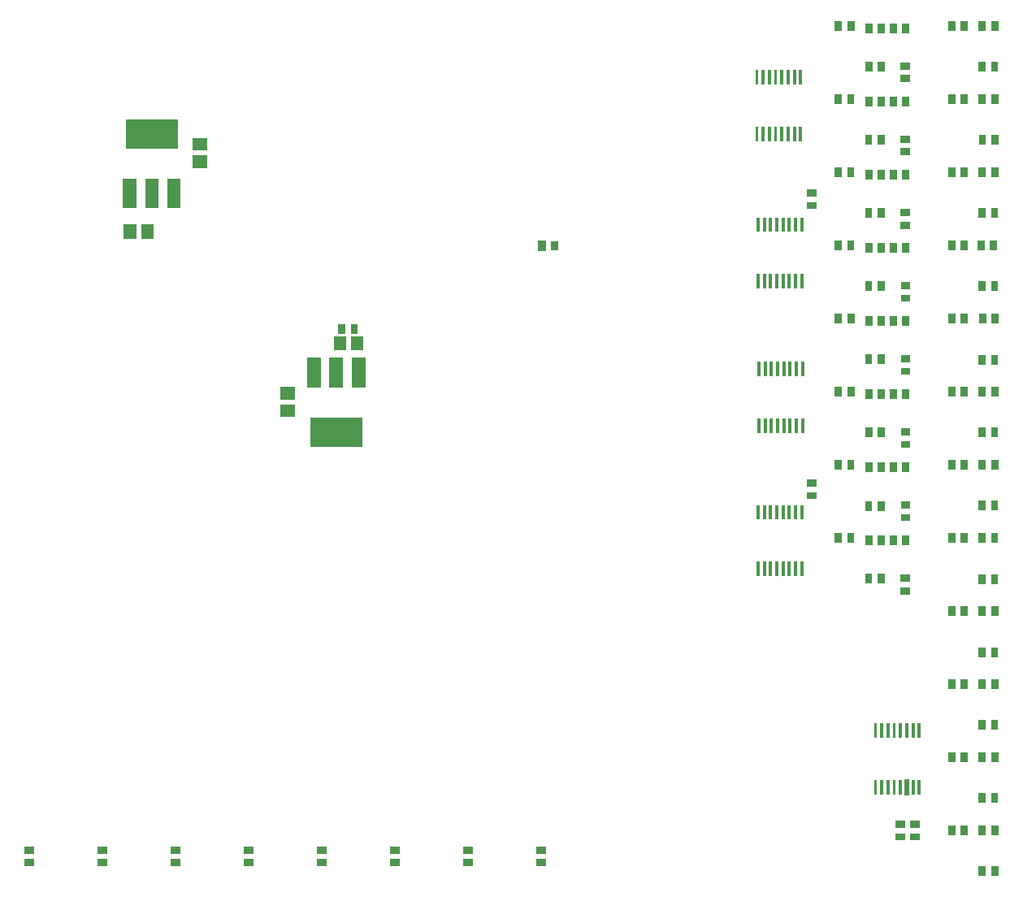
<source format=gbr>
G04 start of page 13 for group -4014 idx -4014 *
G04 Title: 971 BBB Cape, bottompaste *
G04 Creator: pcb 20110918 *
G04 CreationDate: Sun Jan 19 01:17:08 2014 UTC *
G04 For: brians *
G04 Format: Gerber/RS-274X *
G04 PCB-Dimensions: 500000 400000 *
G04 PCB-Coordinate-Origin: lower left *
%MOIN*%
%FSLAX25Y25*%
%LNBOTTOMPASTE*%
%ADD335R,0.1220X0.1220*%
%ADD334R,0.0560X0.0560*%
%ADD333R,0.0345X0.0345*%
%ADD332R,0.0512X0.0512*%
%ADD331R,0.0180X0.0180*%
%ADD330R,0.0295X0.0295*%
%ADD329R,0.0130X0.0130*%
G54D329*X394397Y172689D02*Y168083D01*
X391838Y172689D02*Y168083D01*
X389279Y172689D02*Y168083D01*
X386720Y172689D02*Y168083D01*
X384162Y172689D02*Y168083D01*
X381603Y172689D02*Y168083D01*
X379044Y172689D02*Y168083D01*
X376485Y172689D02*Y168083D01*
Y195917D02*Y191311D01*
X379044Y195917D02*Y191311D01*
X381603Y195917D02*Y191311D01*
X384162Y195917D02*Y191311D01*
X386720Y195917D02*Y191311D01*
X389279Y195917D02*Y191311D01*
X391838Y195917D02*Y191311D01*
X394397Y195917D02*Y191311D01*
G54D330*X397949Y324559D02*X398933D01*
X397949Y319441D02*X398933D01*
G54D329*X424647Y106303D02*Y101697D01*
X427206Y106303D02*Y101697D01*
X429765Y106303D02*Y101697D01*
X432324Y106303D02*Y101697D01*
X434882Y106303D02*Y101697D01*
X437441Y106303D02*Y101697D01*
X440000Y106303D02*Y101697D01*
X442559Y106303D02*Y101697D01*
Y83075D02*Y78469D01*
X440000Y83075D02*Y78469D01*
G54D331*X437441Y83075D02*Y78469D01*
G54D329*X434882Y83075D02*Y78469D01*
X432324Y83075D02*Y78469D01*
X429765Y83075D02*Y78469D01*
X427206Y83075D02*Y78469D01*
X424647Y83075D02*Y78469D01*
G54D330*X427000Y392492D02*Y391508D01*
X421882Y392492D02*Y391508D01*
X461000Y153492D02*Y152508D01*
X455882Y153492D02*Y152508D01*
X461059Y63492D02*Y62508D01*
X455941Y63492D02*Y62508D01*
X461000Y123492D02*Y122508D01*
X455882Y123492D02*Y122508D01*
X461000Y213492D02*Y212508D01*
X455882Y213492D02*Y212508D01*
X461000Y243492D02*Y242508D01*
X455882Y243492D02*Y242508D01*
X461000Y393492D02*Y392508D01*
X455882Y393492D02*Y392508D01*
X461059Y363492D02*Y362508D01*
X455941Y363492D02*Y362508D01*
X461000Y333492D02*Y332508D01*
X455882Y333492D02*Y332508D01*
X473500Y376992D02*Y376008D01*
X468382Y376992D02*Y376008D01*
X473500Y316992D02*Y316008D01*
X468382Y316992D02*Y316008D01*
X473500Y286992D02*Y286008D01*
X468382Y286992D02*Y286008D01*
X473500Y256492D02*Y255508D01*
X468382Y256492D02*Y255508D01*
X473500Y226992D02*Y226008D01*
X468382Y226992D02*Y226008D01*
X473500Y196992D02*Y196008D01*
X468382Y196992D02*Y196008D01*
X473500Y166492D02*Y165508D01*
X468382Y166492D02*Y165508D01*
X427000Y362492D02*Y361508D01*
X421882Y362492D02*Y361508D01*
X437000Y362492D02*Y361508D01*
X431882Y362492D02*Y361508D01*
X426941Y346992D02*Y346008D01*
X421823Y346992D02*Y346008D01*
X414500Y363492D02*Y362508D01*
X409382Y363492D02*Y362508D01*
X436449Y346618D02*X437433D01*
X436449Y341500D02*X437433D01*
X426941Y316992D02*Y316008D01*
X421823Y316992D02*Y316008D01*
X436449Y316500D02*X437433D01*
X436449Y311382D02*X437433D01*
X414500Y333492D02*Y332508D01*
X409382Y333492D02*Y332508D01*
X427000Y332492D02*Y331508D01*
X421882Y332492D02*Y331508D01*
X437000Y332492D02*Y331508D01*
X431882Y332492D02*Y331508D01*
X427000Y302492D02*Y301508D01*
X421882Y302492D02*Y301508D01*
X437000Y302492D02*Y301508D01*
X431882Y302492D02*Y301508D01*
X426941Y286992D02*Y286008D01*
X421823Y286992D02*Y286008D01*
X436508Y286559D02*X437492D01*
X436508Y281441D02*X437492D01*
X414500Y303492D02*Y302508D01*
X409382Y303492D02*Y302508D01*
X427000Y272492D02*Y271508D01*
X421882Y272492D02*Y271508D01*
X437000Y272492D02*Y271508D01*
X431882Y272492D02*Y271508D01*
X426941Y256992D02*Y256008D01*
X421823Y256992D02*Y256008D01*
X436508Y256559D02*X437492D01*
X436508Y251441D02*X437492D01*
X414559Y273492D02*Y272508D01*
X409441Y273492D02*Y272508D01*
X427000Y242492D02*Y241508D01*
X421882Y242492D02*Y241508D01*
X437000Y242492D02*Y241508D01*
X431882Y242492D02*Y241508D01*
X427059Y226992D02*Y226008D01*
X421941Y226992D02*Y226008D01*
X436508Y226559D02*X437492D01*
X436508Y221441D02*X437492D01*
X414559Y243492D02*Y242508D01*
X409441Y243492D02*Y242508D01*
X427000Y212492D02*Y211508D01*
X421882Y212492D02*Y211508D01*
X437000Y212492D02*Y211508D01*
X431882Y212492D02*Y211508D01*
X426941Y196492D02*Y195508D01*
X421823Y196492D02*Y195508D01*
X414500Y213492D02*Y212508D01*
X409382Y213492D02*Y212508D01*
X437000Y182492D02*Y181508D01*
X431882Y182492D02*Y181508D01*
X427000Y182492D02*Y181508D01*
X421882Y182492D02*Y181508D01*
X426941Y166992D02*Y166008D01*
X421823Y166992D02*Y166008D01*
X436449Y166500D02*X437433D01*
X436449Y161382D02*X437433D01*
X414500Y183492D02*Y182508D01*
X409382Y183492D02*Y182508D01*
X437059Y392610D02*Y391626D01*
X431941Y392610D02*Y391626D01*
X427118Y377051D02*Y376067D01*
X422000Y377051D02*Y376067D01*
X414559Y393610D02*Y392626D01*
X409441Y393610D02*Y392626D01*
X473559Y123492D02*Y122508D01*
X468441Y123492D02*Y122508D01*
X473559Y153492D02*Y152508D01*
X468441Y153492D02*Y152508D01*
X473559Y93492D02*Y92508D01*
X468441Y93492D02*Y92508D01*
X473559Y63492D02*Y62508D01*
X468441Y63492D02*Y62508D01*
X473559Y243492D02*Y242508D01*
X468441Y243492D02*Y242508D01*
X473677Y273492D02*Y272508D01*
X468559Y273492D02*Y272508D01*
X473559Y213492D02*Y212508D01*
X468441Y213492D02*Y212508D01*
X473500Y183492D02*Y182508D01*
X468382Y183492D02*Y182508D01*
X473559Y363492D02*Y362508D01*
X468441Y363492D02*Y362508D01*
X473559Y333492D02*Y332508D01*
X468441Y333492D02*Y332508D01*
X473000Y303492D02*Y302508D01*
X467882Y303492D02*Y302508D01*
X473559Y393492D02*Y392508D01*
X468441Y393492D02*Y392508D01*
X436508Y196559D02*X437492D01*
X436508Y191441D02*X437492D01*
X436449Y376618D02*X437433D01*
X436449Y371500D02*X437433D01*
X397949Y205559D02*X398933D01*
X397949Y200441D02*X398933D01*
X461059Y93492D02*Y92508D01*
X455941Y93492D02*Y92508D01*
X473559Y46992D02*Y46008D01*
X468441Y46992D02*Y46008D01*
X473500Y76992D02*Y76008D01*
X468382Y76992D02*Y76008D01*
X473500Y106992D02*Y106008D01*
X468382Y106992D02*Y106008D01*
X473500Y136492D02*Y135508D01*
X468382Y136492D02*Y135508D01*
X461000Y273492D02*Y272508D01*
X455882Y273492D02*Y272508D01*
X461000Y183492D02*Y182508D01*
X455882Y183492D02*Y182508D01*
X473618Y346992D02*Y346008D01*
X468500Y346992D02*Y346008D01*
X461000Y303492D02*Y302508D01*
X455882Y303492D02*Y302508D01*
X205681Y269321D02*Y268337D01*
X210799Y269321D02*Y268337D01*
G54D332*X147048Y344543D02*X147834D01*
X147048Y337457D02*X147834D01*
X125885Y309222D02*Y308436D01*
X118799Y309222D02*Y308436D01*
G54D333*X287917Y303449D02*Y302465D01*
G54D330*X293035Y303449D02*Y302465D01*
G54D332*X183148Y235357D02*X183934D01*
X183148Y242443D02*X183934D01*
X204998Y263293D02*Y262507D01*
X212084Y263293D02*Y262507D01*
G54D334*X194441Y254200D02*Y247600D01*
X203441Y254200D02*Y247600D01*
X212541Y254200D02*Y247600D01*
G54D335*X198941Y226500D02*X207941D01*
G54D330*X76949Y49941D02*X77933D01*
X76949Y55059D02*X77933D01*
X286949Y49941D02*X287933D01*
X286949Y55059D02*X287933D01*
X256949Y49941D02*X257933D01*
X256949Y55059D02*X257933D01*
X226949Y49941D02*X227933D01*
X226949Y55059D02*X227933D01*
X196949Y49941D02*X197933D01*
X196949Y55059D02*X197933D01*
X166949Y49941D02*X167933D01*
X166949Y55059D02*X167933D01*
X136949Y49941D02*X137933D01*
X136949Y55059D02*X137933D01*
X106949Y49941D02*X107933D01*
X106949Y55059D02*X107933D01*
X440449Y65559D02*X441433D01*
X440449Y60441D02*X441433D01*
X434449Y65559D02*X435433D01*
X434449Y60441D02*X435433D01*
G54D334*X136799Y327729D02*Y321129D01*
X127799Y327729D02*Y321129D01*
X118699Y327729D02*Y321129D01*
G54D335*X123299Y348829D02*X132299D01*
G54D329*X394747Y231460D02*Y226854D01*
X392188Y231460D02*Y226854D01*
X389629Y231460D02*Y226854D01*
X387070Y231460D02*Y226854D01*
X384512Y231460D02*Y226854D01*
X381953Y231460D02*Y226854D01*
X379394Y231460D02*Y226854D01*
X376835Y231460D02*Y226854D01*
Y254688D02*Y250082D01*
X379394Y254688D02*Y250082D01*
X381953Y254688D02*Y250082D01*
X384512Y254688D02*Y250082D01*
X387070Y254688D02*Y250082D01*
X389629Y254688D02*Y250082D01*
X392188Y254688D02*Y250082D01*
X394747Y254688D02*Y250082D01*
X394397Y290689D02*Y286083D01*
X391838Y290689D02*Y286083D01*
X389279Y290689D02*Y286083D01*
X386720Y290689D02*Y286083D01*
X384162Y290689D02*Y286083D01*
X381603Y290689D02*Y286083D01*
X379044Y290689D02*Y286083D01*
X376485Y290689D02*Y286083D01*
Y313917D02*Y309311D01*
X379044Y313917D02*Y309311D01*
X381603Y313917D02*Y309311D01*
X384162Y313917D02*Y309311D01*
X386720Y313917D02*Y309311D01*
X389279Y313917D02*Y309311D01*
X391838Y313917D02*Y309311D01*
X394397Y313917D02*Y309311D01*
X393897Y351189D02*Y346583D01*
X391338Y351189D02*Y346583D01*
X388779Y351189D02*Y346583D01*
X386220Y351189D02*Y346583D01*
X383662Y351189D02*Y346583D01*
X381103Y351189D02*Y346583D01*
X378544Y351189D02*Y346583D01*
X375985Y351189D02*Y346583D01*
Y374417D02*Y369811D01*
X378544Y374417D02*Y369811D01*
X381103Y374417D02*Y369811D01*
X383662Y374417D02*Y369811D01*
X386220Y374417D02*Y369811D01*
X388779Y374417D02*Y369811D01*
X391338Y374417D02*Y369811D01*
X393897Y374417D02*Y369811D01*
M02*

</source>
